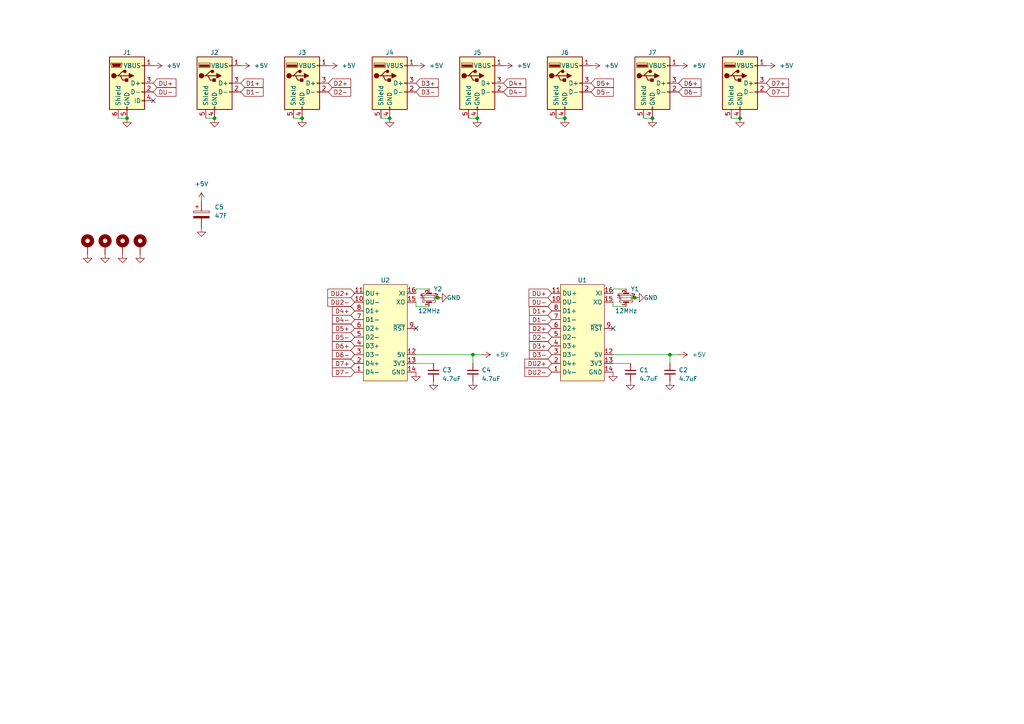
<source format=kicad_sch>
(kicad_sch (version 20231120) (generator "eeschema") (generator_version "8.0")
  (paper "A4")
  (lib_symbols
    (symbol "Connector:USB_A" (pin_names (offset 1.016))
      (property "Reference" "J" (at -5.08 11.43 0))
      (property "Value" "USB_A" (at -5.08 8.89 0))
      (symbol "USB_A_0_1"
        (rectangle (start -5.08 -7.62) (end 5.08 7.62) (stroke (width 0.254)) (fill (type background)))
        (circle (center -3.81 2.159) (radius 0.635) (stroke (width 0.254)) (fill (type outline)))
        (rectangle (start -1.524 4.826) (end -4.318 5.334) (fill (type outline)))
        (rectangle (start -1.27 4.572) (end -4.572 5.842))
        (circle (center -0.635 3.429) (radius 0.381) (stroke (width 0.254)) (fill (type outline)))
        (rectangle (start -0.127 -7.62) (end 0.127 -6.858))
        (polyline (pts (xy -3.175 2.159) (xy -2.54 2.159) (xy -1.27 3.429) (xy -0.635 3.429)) (stroke (width 0.254)))
        (polyline (pts (xy -2.54 2.159) (xy -1.905 2.159) (xy -1.27 0.889) (xy 0 0.889)) (stroke (width 0.254)))
        (polyline (pts (xy 0.635 2.794) (xy 0.635 1.524) (xy 1.905 2.159) (xy 0.635 2.794)) (stroke (width 0.254)) (fill (type outline)))
        (rectangle (start 0.254 1.27) (end -0.508 0.508) (stroke (width 0.254)) (fill (type outline)))
        (rectangle (start 5.08 -2.667) (end 4.318 -2.413))
        (rectangle (start 5.08 -0.127) (end 4.318 0.127))
        (rectangle (start 5.08 4.953) (end 4.318 5.207))
      )
      (symbol "USB_A_1_1"
        (polyline (pts (xy -1.905 2.159) (xy 0.635 2.159)) (stroke (width 0.254)))
        (pin power_in line (at 7.62 5.08 180) (length 2.54) (name "VBUS") (number "1"))
        (pin bidirectional line (at 7.62 -2.54 180) (length 2.54) (name "D-") (number "2"))
        (pin bidirectional line (at 7.62 0 180) (length 2.54) (name "D+") (number "3"))
        (pin power_in line (at 0 -10.16 90) (length 2.54) (name "GND") (number "4"))
        (pin passive line (at -2.54 -10.16 90) (length 2.54) (name "Shield") (number "5"))
      )
    )
    (symbol "Connector:USB_B_Micro" (pin_names (offset 1.016))
      (property "Reference" "J" (at -5.08 11.43 0))
      (property "Value" "USB_B_Micro" (at -5.08 8.89 0))
      (symbol "USB_B_Micro_0_1"
        (rectangle (start -5.08 -7.62) (end 5.08 7.62) (stroke (width 0.254)) (fill (type background)))
        (circle (center -3.81 2.159) (radius 0.635) (stroke (width 0.254)) (fill (type outline)))
        (circle (center -0.635 3.429) (radius 0.381) (stroke (width 0.254)) (fill (type outline)))
        (rectangle (start -0.127 -7.62) (end 0.127 -6.858))
        (polyline (pts (xy -1.905 2.159) (xy 0.635 2.159)) (stroke (width 0.254)))
        (polyline (pts (xy -3.175 2.159) (xy -2.54 2.159) (xy -1.27 3.429) (xy -0.635 3.429)) (stroke (width 0.254)))
        (polyline (pts (xy -2.54 2.159) (xy -1.905 2.159) (xy -1.27 0.889) (xy 0 0.889)) (stroke (width 0.254)))
        (polyline (pts (xy 0.635 2.794) (xy 0.635 1.524) (xy 1.905 2.159) (xy 0.635 2.794)) (stroke (width 0.254)) (fill (type outline)))
        (polyline (pts (xy -4.318 5.588) (xy -1.778 5.588) (xy -2.032 4.826) (xy -4.064 4.826) (xy -4.318 5.588)) (fill (type outline)))
        (polyline (pts (xy -4.699 5.842) (xy -4.699 5.588) (xy -4.445 4.826) (xy -4.445 4.572) (xy -1.651 4.572) (xy -1.651 4.826) (xy -1.397 5.588) (xy -1.397 5.842) (xy -4.699 5.842)))
        (rectangle (start 0.254 1.27) (end -0.508 0.508) (stroke (width 0.254)) (fill (type outline)))
        (rectangle (start 5.08 -5.207) (end 4.318 -4.953))
        (rectangle (start 5.08 -2.667) (end 4.318 -2.413))
        (rectangle (start 5.08 -0.127) (end 4.318 0.127))
        (rectangle (start 5.08 4.953) (end 4.318 5.207))
      )
      (symbol "USB_B_Micro_1_1"
        (pin power_out line (at 7.62 5.08 180) (length 2.54) (name "VBUS") (number "1"))
        (pin bidirectional line (at 7.62 -2.54 180) (length 2.54) (name "D-") (number "2"))
        (pin bidirectional line (at 7.62 0 180) (length 2.54) (name "D+") (number "3"))
        (pin passive line (at 7.62 -5.08 180) (length 2.54) (name "ID") (number "4"))
        (pin power_out line (at 0 -10.16 90) (length 2.54) (name "GND") (number "5"))
        (pin passive line (at -2.54 -10.16 90) (length 2.54) (name "Shield") (number "6"))
      )
    )
    (symbol "Device:C_Polarized" (pin_numbers hide) (pin_names (offset 0.254))
      (property "Reference" "C" (at 0.635 2.54 0))
      (property "Value" "C_Polarized" (at 0.635 -2.54 0))
      (symbol "C_Polarized_0_1"
        (rectangle (start -2.286 0.508) (end 2.286 1.016))
        (polyline (pts (xy -1.778 2.286) (xy -0.762 2.286)))
        (polyline (pts (xy -1.27 2.794) (xy -1.27 1.778)))
        (rectangle (start 2.286 -0.508) (end -2.286 -1.016) (fill (type outline)))
      )
      (symbol "C_Polarized_1_1"
        (pin passive line (at 0 3.81 270) (length 2.794) (name "~") (number "1"))
        (pin passive line (at 0 -3.81 90) (length 2.794) (name "~") (number "2"))
      )
    )
    (symbol "Device:C_Small" (pin_numbers hide) (pin_names (offset 0.254) hide)
      (property "Reference" "C" (at 0.254 1.778 0))
      (property "Value" "C_Small" (at 0.254 -2.032 0))
      (symbol "C_Small_0_1"
        (polyline (pts (xy -1.524 -0.508) (xy 1.524 -0.508)) (stroke (width 0.3302)))
        (polyline (pts (xy -1.524 0.508) (xy 1.524 0.508)) (stroke (width 0.3048)))
      )
      (symbol "C_Small_1_1"
        (pin passive line (at 0 2.54 270) (length 2.032) (name "~") (number "1"))
        (pin passive line (at 0 -2.54 90) (length 2.032) (name "~") (number "2"))
      )
    )
    (symbol "Device:Crystal_GND24_Small" (pin_names (offset 1.016) hide)
      (property "Reference" "Y" (at 1.27 4.445 0))
      (property "Value" "Crystal_GND24_Small" (at 1.27 2.54 0))
      (symbol "Crystal_GND24_Small_0_1"
        (rectangle (start -0.762 -1.524) (end 0.762 1.524))
        (polyline (pts (xy -1.27 -0.762) (xy -1.27 0.762)) (stroke (width 0.381)))
        (polyline (pts (xy 1.27 -0.762) (xy 1.27 0.762)) (stroke (width 0.381)))
        (polyline (pts (xy -1.27 -1.27) (xy -1.27 -1.905) (xy 1.27 -1.905) (xy 1.27 -1.27)))
        (polyline (pts (xy -1.27 1.27) (xy -1.27 1.905) (xy 1.27 1.905) (xy 1.27 1.27)))
      )
      (symbol "Crystal_GND24_Small_1_1"
        (pin passive line (at -2.54 0 0) (length 1.27) (name "1") (number "1"))
        (pin passive line (at 0 -2.54 90) (length 0.635) (name "2") (number "2"))
        (pin passive line (at 2.54 0 180) (length 1.27) (name "3") (number "3"))
        (pin passive line (at 0 2.54 270) (length 0.635) (name "4") (number "4"))
      )
    )
    (symbol "Mechanical:MountingHole_Pad" (pin_numbers hide) (pin_names (offset 1.016) hide) (exclude_from_sim yes) (in_bom no)
      (property "Reference" "H" (at 0 6.35 0))
      (property "Value" "MountingHole_Pad" (at 0 4.445 0))
      (symbol "MountingHole_Pad_0_1"
        (circle (center 0 1.27) (radius 1.27) (stroke (width 1.27)))
      )
      (symbol "MountingHole_Pad_1_1"
        (pin input line (at 0 -2.54 90) (length 2.54) (name "1") (number "1"))
      )
    )
    (symbol "WCH:CH334R"
      (property "Reference" "U" (at 0 16.51 0))
      (property "Value" "CH334R" (at 0 16.51 0))
      (symbol "CH334R_1_1"
        (rectangle (start -6.35 13.97) (end 6.35 -13.97) (fill (type background)))
        (pin bidirectional line (at -8.89 -11.43 0) (length 2.54) (name "D4-") (number "1"))
        (pin bidirectional line (at -8.89 8.89 0) (length 2.54) (name "DU-") (number "10"))
        (pin bidirectional line (at -8.89 11.43 0) (length 2.54) (name "DU+") (number "11"))
        (pin power_in line (at 8.89 -6.35 180) (length 2.54) (name "5V") (number "12"))
        (pin power_in line (at 8.89 -8.89 180) (length 2.54) (name "3V3") (number "13"))
        (pin power_in line (at 8.89 -11.43 180) (length 2.54) (name "GND") (number "14"))
        (pin passive line (at 8.89 8.89 180) (length 2.54) (name "XO") (number "15"))
        (pin passive line (at 8.89 11.43 180) (length 2.54) (name "XI") (number "16"))
        (pin bidirectional line (at -8.89 -8.89 0) (length 2.54) (name "D4+") (number "2"))
        (pin bidirectional line (at -8.89 -6.35 0) (length 2.54) (name "D3-") (number "3"))
        (pin bidirectional line (at -8.89 -3.81 0) (length 2.54) (name "D3+") (number "4"))
        (pin bidirectional line (at -8.89 -1.27 0) (length 2.54) (name "D2-") (number "5"))
        (pin bidirectional line (at -8.89 1.27 0) (length 2.54) (name "D2+") (number "6"))
        (pin bidirectional line (at -8.89 3.81 0) (length 2.54) (name "D1-") (number "7"))
        (pin bidirectional line (at -8.89 6.35 0) (length 2.54) (name "D1+") (number "8"))
        (pin input line (at 8.89 1.27 180) (length 2.54) (name "~{RST}") (number "9"))
      )
    )
    (symbol "power:+5V" (power) (pin_numbers hide) (pin_names (offset 0) hide)
      (property "Value" "+5V" (at 0 3.556 0))
      (symbol "+5V_0_1"
        (polyline (pts (xy -0.762 1.27) (xy 0 2.54)))
        (polyline (pts (xy 0 0) (xy 0 2.54)))
        (polyline (pts (xy 0 2.54) (xy 0.762 1.27)))
      )
      (symbol "+5V_1_1"
        (pin power_in line (at 0 0 90) (length 0) (name "~") (number "1"))
      )
    )
    (symbol "power:GND" (power) (pin_numbers hide) (pin_names (offset 0) hide)
      (property "Value" "GND" (at 0 -3.81 0))
      (symbol "GND_0_1"
        (polyline (pts (xy 0 0) (xy 0 -1.27) (xy 1.27 -1.27) (xy 0 -2.54) (xy -1.27 -1.27) (xy 0 -1.27)))
      )
      (symbol "GND_1_1"
        (pin power_in line (at 0 0 270) (length 0) (name "~") (number "1"))
      )
    )
  )
  (junction (at 189.23 34.29))
  (junction (at 62.23 34.29))
  (junction (at 214.63 34.29))
  (junction (at 138.43 34.29))
  (junction (at 127 86.36))
  (junction (at 36.83 34.29))
  (junction (at 87.63 34.29))
  (junction (at 184.15 86.36))
  (junction (at 163.83 34.29))
  (junction (at 194.31 102.87))
  (junction (at 137.16 102.87))
  (junction (at 113.03 34.29))
  (no_connect (at 177.8 95.25))
  (no_connect (at 120.65 95.25))
  (no_connect (at 44.45 29.21))
  (wire (pts (xy 186.69 34.29) (xy 189.23 34.29)))
  (wire (pts (xy 110.49 34.29) (xy 113.03 34.29)))
  (wire (pts (xy 212.09 34.29) (xy 214.63 34.29)))
  (wire (pts (xy 139.7 102.87) (xy 137.16 102.87)))
  (wire (pts (xy 120.65 83.82) (xy 124.46 83.82)))
  (wire (pts (xy 179.07 86.36) (xy 184.15 86.36)))
  (wire (pts (xy 137.16 102.87) (xy 137.16 105.41)))
  (wire (pts (xy 177.8 83.82) (xy 181.61 83.82)))
  (wire (pts (xy 121.92 86.36) (xy 127 86.36)))
  (wire (pts (xy 194.31 102.87) (xy 177.8 102.87)))
  (wire (pts (xy 137.16 102.87) (xy 120.65 102.87)))
  (wire (pts (xy 120.65 83.82) (xy 120.65 85.09)))
  (wire (pts (xy 177.8 83.82) (xy 177.8 85.09)))
  (wire (pts (xy 34.29 34.29) (xy 36.83 34.29)))
  (wire (pts (xy 120.65 88.9) (xy 120.65 87.63)))
  (wire (pts (xy 135.89 34.29) (xy 138.43 34.29)))
  (wire (pts (xy 85.09 34.29) (xy 87.63 34.29)))
  (wire (pts (xy 194.31 102.87) (xy 194.31 105.41)))
  (wire (pts (xy 161.29 34.29) (xy 163.83 34.29)))
  (wire (pts (xy 177.8 88.9) (xy 177.8 87.63)))
  (wire (pts (xy 181.61 88.9) (xy 177.8 88.9)))
  (wire (pts (xy 120.65 105.41) (xy 125.73 105.41)))
  (wire (pts (xy 59.69 34.29) (xy 62.23 34.29)))
  (wire (pts (xy 177.8 105.41) (xy 182.88 105.41)))
  (wire (pts (xy 196.85 102.87) (xy 194.31 102.87)))
  (wire (pts (xy 124.46 88.9) (xy 120.65 88.9)))
  (global_label "DU-" (shape input) (at 160.02 87.63 180) (property "Intersheetrefs" "${INTERSHEET_REFS}" (effects (hide yes))))
  (global_label "D2+" (shape input) (at 95.25 24.13 0) (property "Intersheetrefs" "${INTERSHEET_REFS}" (effects (hide yes))))
  (global_label "D7+" (shape input) (at 222.25 24.13 0) (property "Intersheetrefs" "${INTERSHEET_REFS}" (effects (hide yes))))
  (global_label "D1-" (shape input) (at 69.85 26.67 0) (property "Intersheetrefs" "${INTERSHEET_REFS}" (effects (hide yes))))
  (global_label "D1+" (shape input) (at 160.02 90.17 180) (property "Intersheetrefs" "${INTERSHEET_REFS}" (effects (hide yes))))
  (global_label "D4+" (shape input) (at 102.87 90.17 180) (property "Intersheetrefs" "${INTERSHEET_REFS}" (effects (hide yes))))
  (global_label "D2+" (shape input) (at 160.02 95.25 180) (property "Intersheetrefs" "${INTERSHEET_REFS}" (effects (hide yes))))
  (global_label "D6+" (shape input) (at 196.85 24.13 0) (property "Intersheetrefs" "${INTERSHEET_REFS}" (effects (hide yes))))
  (global_label "D7+" (shape input) (at 102.87 105.41 180) (property "Intersheetrefs" "${INTERSHEET_REFS}" (effects (hide yes))))
  (global_label "DU-" (shape input) (at 44.45 26.67 0) (property "Intersheetrefs" "${INTERSHEET_REFS}" (effects (hide yes))))
  (global_label "DU2+" (shape input) (at 102.87 85.09 180) (property "Intersheetrefs" "${INTERSHEET_REFS}" (effects (hide yes))))
  (global_label "D3-" (shape input) (at 120.65 26.67 0) (property "Intersheetrefs" "${INTERSHEET_REFS}" (effects (hide yes))))
  (global_label "D5-" (shape input) (at 171.45 26.67 0) (property "Intersheetrefs" "${INTERSHEET_REFS}" (effects (hide yes))))
  (global_label "D4-" (shape input) (at 146.05 26.67 0) (property "Intersheetrefs" "${INTERSHEET_REFS}" (effects (hide yes))))
  (global_label "D2-" (shape input) (at 160.02 97.79 180) (property "Intersheetrefs" "${INTERSHEET_REFS}" (effects (hide yes))))
  (global_label "D5+" (shape input) (at 171.45 24.13 0) (property "Intersheetrefs" "${INTERSHEET_REFS}" (effects (hide yes))))
  (global_label "D3+" (shape input) (at 120.65 24.13 0) (property "Intersheetrefs" "${INTERSHEET_REFS}" (effects (hide yes))))
  (global_label "DU+" (shape input) (at 44.45 24.13 0) (property "Intersheetrefs" "${INTERSHEET_REFS}" (effects (hide yes))))
  (global_label "D7-" (shape input) (at 102.87 107.95 180) (property "Intersheetrefs" "${INTERSHEET_REFS}" (effects (hide yes))))
  (global_label "D1-" (shape input) (at 160.02 92.71 180) (property "Intersheetrefs" "${INTERSHEET_REFS}" (effects (hide yes))))
  (global_label "D7-" (shape input) (at 222.25 26.67 0) (property "Intersheetrefs" "${INTERSHEET_REFS}" (effects (hide yes))))
  (global_label "D1+" (shape input) (at 69.85 24.13 0) (property "Intersheetrefs" "${INTERSHEET_REFS}" (effects (hide yes))))
  (global_label "DU2-" (shape input) (at 102.87 87.63 180) (property "Intersheetrefs" "${INTERSHEET_REFS}" (effects (hide yes))))
  (global_label "DU2+" (shape input) (at 160.02 105.41 180) (property "Intersheetrefs" "${INTERSHEET_REFS}" (effects (hide yes))))
  (global_label "DU2-" (shape input) (at 160.02 107.95 180) (property "Intersheetrefs" "${INTERSHEET_REFS}" (effects (hide yes))))
  (global_label "D5+" (shape input) (at 102.87 95.25 180) (property "Intersheetrefs" "${INTERSHEET_REFS}" (effects (hide yes))))
  (global_label "D4+" (shape input) (at 146.05 24.13 0) (property "Intersheetrefs" "${INTERSHEET_REFS}" (effects (hide yes))))
  (global_label "D2-" (shape input) (at 95.25 26.67 0) (property "Intersheetrefs" "${INTERSHEET_REFS}" (effects (hide yes))))
  (global_label "DU+" (shape input) (at 160.02 85.09 180) (property "Intersheetrefs" "${INTERSHEET_REFS}" (effects (hide yes))))
  (global_label "D5-" (shape input) (at 102.87 97.79 180) (property "Intersheetrefs" "${INTERSHEET_REFS}" (effects (hide yes))))
  (global_label "D6-" (shape input) (at 196.85 26.67 0) (property "Intersheetrefs" "${INTERSHEET_REFS}" (effects (hide yes))))
  (global_label "D6-" (shape input) (at 102.87 102.87 180) (property "Intersheetrefs" "${INTERSHEET_REFS}" (effects (hide yes))))
  (global_label "D3-" (shape input) (at 160.02 102.87 180) (property "Intersheetrefs" "${INTERSHEET_REFS}" (effects (hide yes))))
  (global_label "D6+" (shape input) (at 102.87 100.33 180) (property "Intersheetrefs" "${INTERSHEET_REFS}" (effects (hide yes))))
  (global_label "D3+" (shape input) (at 160.02 100.33 180) (property "Intersheetrefs" "${INTERSHEET_REFS}" (effects (hide yes))))
  (global_label "D4-" (shape input) (at 102.87 92.71 180) (property "Intersheetrefs" "${INTERSHEET_REFS}" (effects (hide yes))))
  (symbol (lib_id "power:GND") (at 25.4 73.66 0) (unit 1)
    (property "Reference" "#PWR025" (effects (hide yes)))
    (property "Value" "GND" (effects (hide yes)))
    (property "Description" "Power symbol creates a global label with name \"GND\" , ground" (effects (hide yes)))
  )
  (symbol (lib_id "Mechanical:MountingHole_Pad") (at 25.4 71.12 0) (unit 1) (exclude_from_sim yes) (in_bom no)
    (property "Reference" "H1" (effects (hide yes)))
    (property "Value" "MountingHole_Pad" (effects (hide yes)))
    (property "Footprint" "MountingHole:MountingHole_2.5mm_Pad_Via" (effects (hide yes)))
    (property "Description" "Mounting Hole with connection" (effects (hide yes)))
  )
  (symbol (lib_id "power:+5V") (at 120.65 19.05 270) (unit 1)
    (property "Reference" "#PWR014" (effects (hide yes)))
    (property "Value" "+5V" (at 124.46 19.0499 90) (effects (justify left)))
    (property "Description" "Power symbol creates a global label with name \"+5V\"" (effects (hide yes)))
  )
  (symbol (lib_id "power:+5V") (at 139.7 102.87 270) (unit 1)
    (property "Reference" "#PWR031" (effects (hide yes)))
    (property "Value" "+5V" (at 143.51 102.87 90) (effects (justify left)))
  )
  (symbol (lib_id "power:GND") (at 214.63 34.29 0) (unit 1)
    (property "Reference" "#PWR021" (effects (hide yes)))
    (property "Value" "GND" (effects (hide yes)))
    (property "Description" "Power symbol creates a global label with name \"GND\" , ground" (effects (hide yes)))
  )
  (symbol (lib_id "power:+5V") (at 146.05 19.05 270) (unit 1)
    (property "Reference" "#PWR016" (effects (hide yes)))
    (property "Value" "+5V" (at 149.86 19.0499 90) (effects (justify left)))
    (property "Description" "Power symbol creates a global label with name \"+5V\"" (effects (hide yes)))
  )
  (symbol (lib_id "Connector:USB_A") (at 214.63 24.13 0) (unit 1)
    (property "Reference" "J8" (at 214.63 15.24 0))
    (property "Value" "USB_A" (effects (hide yes)))
    (property "Footprint" "Connector_USB:USB_A_Stewart_SS-52100-001_Horizontal" (effects (hide yes)))
    (property "Datasheet" " ~" (effects (hide yes)))
    (property "Description" "USB Type A connector" (effects (hide yes)))
  )
  (symbol (lib_id "power:GND") (at 137.16 110.49 0) (unit 1)
    (property "Reference" "#PWR030" (effects (hide yes)))
    (property "Value" "GND" (effects (hide yes)))
  )
  (symbol (lib_id "power:GND") (at 36.83 34.29 0) (unit 1)
    (property "Reference" "#PWR01" (effects (hide yes)))
    (property "Value" "GND" (effects (hide yes)))
    (property "Description" "Power symbol creates a global label with name \"GND\" , ground" (effects (hide yes)))
  )
  (symbol (lib_id "power:GND") (at 30.48 73.66 0) (unit 1)
    (property "Reference" "#PWR026" (effects (hide yes)))
    (property "Value" "GND" (effects (hide yes)))
    (property "Description" "Power symbol creates a global label with name \"GND\" , ground" (effects (hide yes)))
  )
  (symbol (lib_id "Mechanical:MountingHole_Pad") (at 30.48 71.12 0) (unit 1) (exclude_from_sim yes) (in_bom no)
    (property "Reference" "H2" (effects (hide yes)))
    (property "Value" "MountingHole_Pad" (effects (hide yes)))
    (property "Footprint" "MountingHole:MountingHole_2.5mm_Pad_Via" (effects (hide yes)))
    (property "Description" "Mounting Hole with connection" (effects (hide yes)))
  )
  (symbol (lib_id "Device:C_Polarized") (at 58.42 62.23 0) (unit 1)
    (property "Reference" "C5" (at 62.23 60.0709 0) (effects (justify left)))
    (property "Value" "47F" (at 62.23 62.6109 0) (effects (justify left)))
    (property "Footprint" "Capacitor_THT:CP_Radial_D18.0mm_P7.50mm" (effects (hide yes)))
    (property "Description" "Polarized capacitor" (effects (hide yes)))
  )
  (symbol (lib_id "Connector:USB_A") (at 138.43 24.13 0) (unit 1)
    (property "Reference" "J5" (at 138.43 15.24 0))
    (property "Value" "USB_A" (effects (hide yes)))
    (property "Footprint" "Connector_USB:USB_A_Stewart_SS-52100-001_Horizontal" (effects (hide yes)))
    (property "Datasheet" " ~" (effects (hide yes)))
    (property "Description" "USB Type A connector" (effects (hide yes)))
  )
  (symbol (lib_id "Mechanical:MountingHole_Pad") (at 35.56 71.12 0) (unit 1) (exclude_from_sim yes) (in_bom no)
    (property "Reference" "H3" (effects (hide yes)))
    (property "Value" "MountingHole_Pad" (effects (hide yes)))
    (property "Footprint" "MountingHole:MountingHole_2.5mm_Pad_Via" (effects (hide yes)))
    (property "Description" "Mounting Hole with connection" (effects (hide yes)))
  )
  (symbol (lib_id "WCH:CH334R") (at 168.91 96.52 0) (unit 1)
    (property "Reference" "U1" (at 168.91 81.28 0))
    (property "Value" "CH334R" (effects (hide yes)))
    (property "Footprint" "Package_SO:QSOP-16_3.9x4.9mm_P0.635mm" (effects (hide yes)))
  )
  (symbol (lib_id "power:+5V") (at 44.45 19.05 270) (unit 1)
    (property "Reference" "#PWR03" (effects (hide yes)))
    (property "Value" "+5V" (at 48.26 19.0499 90) (effects (justify left)))
    (property "Description" "Power symbol creates a global label with name \"+5V\"" (effects (hide yes)))
  )
  (symbol (lib_id "power:GND") (at 163.83 34.29 0) (unit 1)
    (property "Reference" "#PWR017" (effects (hide yes)))
    (property "Value" "GND" (effects (hide yes)))
    (property "Description" "Power symbol creates a global label with name \"GND\" , ground" (effects (hide yes)))
  )
  (symbol (lib_id "Device:C_Small") (at 194.31 107.95 0) (unit 1)
    (property "Reference" "C2" (at 196.85 107.3213 0) (effects (justify left)))
    (property "Value" "4.7uF" (at 196.85 109.8613 0) (effects (justify left)))
    (property "Footprint" "Capacitor_SMD:C_0805_2012Metric" (effects (hide yes)))
  )
  (symbol (lib_id "power:GND") (at 125.73 110.49 0) (unit 1)
    (property "Reference" "#PWR028" (effects (hide yes)))
    (property "Value" "GND" (effects (hide yes)))
  )
  (symbol (lib_id "Device:C_Small") (at 182.88 107.95 0) (unit 1)
    (property "Reference" "C1" (at 185.42 107.3213 0) (effects (justify left)))
    (property "Value" "4.7uF" (at 185.42 109.8613 0) (effects (justify left)))
    (property "Footprint" "Capacitor_SMD:C_0805_2012Metric" (effects (hide yes)))
  )
  (symbol (lib_id "power:GND") (at 177.8 107.95 0) (unit 1)
    (property "Reference" "#PWR04" (effects (hide yes)))
    (property "Value" "GND" (effects (hide yes)))
  )
  (symbol (lib_id "power:GND") (at 138.43 34.29 0) (unit 1)
    (property "Reference" "#PWR015" (effects (hide yes)))
    (property "Value" "GND" (effects (hide yes)))
    (property "Description" "Power symbol creates a global label with name \"GND\" , ground" (effects (hide yes)))
  )
  (symbol (lib_id "power:GND") (at 62.23 34.29 0) (unit 1)
    (property "Reference" "#PWR09" (effects (hide yes)))
    (property "Value" "GND" (effects (hide yes)))
    (property "Description" "Power symbol creates a global label with name \"GND\" , ground" (effects (hide yes)))
  )
  (symbol (lib_id "power:+5V") (at 69.85 19.05 270) (unit 1)
    (property "Reference" "#PWR010" (effects (hide yes)))
    (property "Value" "+5V" (at 73.66 19.0499 90) (effects (justify left)))
    (property "Description" "Power symbol creates a global label with name \"+5V\"" (effects (hide yes)))
  )
  (symbol (lib_id "power:+5V") (at 196.85 102.87 270) (unit 1)
    (property "Reference" "#PWR08" (effects (hide yes)))
    (property "Value" "+5V" (at 200.66 102.87 90) (effects (justify left)))
  )
  (symbol (lib_id "power:+5V") (at 196.85 19.05 270) (unit 1)
    (property "Reference" "#PWR020" (effects (hide yes)))
    (property "Value" "+5V" (at 200.66 19.0499 90) (effects (justify left)))
    (property "Description" "Power symbol creates a global label with name \"+5V\"" (effects (hide yes)))
  )
  (symbol (lib_id "power:+5V") (at 222.25 19.05 270) (unit 1)
    (property "Reference" "#PWR022" (effects (hide yes)))
    (property "Value" "+5V" (at 226.06 19.0499 90) (effects (justify left)))
    (property "Description" "Power symbol creates a global label with name \"+5V\"" (effects (hide yes)))
  )
  (symbol (lib_id "power:+5V") (at 171.45 19.05 270) (unit 1)
    (property "Reference" "#PWR018" (effects (hide yes)))
    (property "Value" "+5V" (at 175.26 19.0499 90) (effects (justify left)))
    (property "Description" "Power symbol creates a global label with name \"+5V\"" (effects (hide yes)))
  )
  (symbol (lib_id "power:GND") (at 120.65 107.95 0) (unit 1)
    (property "Reference" "#PWR027" (effects (hide yes)))
    (property "Value" "GND" (effects (hide yes)))
  )
  (symbol (lib_id "power:GND") (at 58.42 66.04 0) (unit 1)
    (property "Reference" "#PWR023" (effects (hide yes)))
    (property "Value" "GND" (effects (hide yes)))
    (property "Description" "Power symbol creates a global label with name \"GND\" , ground" (effects (hide yes)))
  )
  (symbol (lib_id "power:GND") (at 194.31 110.49 0) (unit 1)
    (property "Reference" "#PWR07" (effects (hide yes)))
    (property "Value" "GND" (effects (hide yes)))
  )
  (symbol (lib_id "power:GND") (at 189.23 34.29 0) (unit 1)
    (property "Reference" "#PWR019" (effects (hide yes)))
    (property "Value" "GND" (effects (hide yes)))
    (property "Description" "Power symbol creates a global label with name \"GND\" , ground" (effects (hide yes)))
  )
  (symbol (lib_id "Device:Crystal_GND24_Small") (at 181.61 86.36 90) (unit 1)
    (property "Reference" "Y1" (at 184.15 83.82 90))
    (property "Value" "12MHz" (at 181.61 90.17 90))
    (property "Footprint" "Crystal:Crystal_SMD_3225-4Pin_3.2x2.5mm" (effects (hide yes)))
  )
  (symbol (lib_id "power:GND") (at 127 86.36 90) (unit 1)
    (property "Reference" "#PWR029" (effects (hide yes)))
    (property "Value" "GND" (at 129.54 86.36 90) (effects (justify right)))
  )
  (symbol (lib_id "Connector:USB_A") (at 189.23 24.13 0) (unit 1)
    (property "Reference" "J7" (at 189.23 15.24 0))
    (property "Value" "USB_A" (effects (hide yes)))
    (property "Footprint" "Connector_USB:USB_A_Stewart_SS-52100-001_Horizontal" (effects (hide yes)))
    (property "Datasheet" " ~" (effects (hide yes)))
    (property "Description" "USB Type A connector" (effects (hide yes)))
  )
  (symbol (lib_id "Device:C_Small") (at 125.73 107.95 0) (unit 1)
    (property "Reference" "C3" (at 128.27 107.3213 0) (effects (justify left)))
    (property "Value" "4.7uF" (at 128.27 109.8613 0) (effects (justify left)))
    (property "Footprint" "Capacitor_SMD:C_0805_2012Metric" (effects (hide yes)))
  )
  (symbol (lib_id "power:+5V") (at 95.25 19.05 270) (unit 1)
    (property "Reference" "#PWR012" (effects (hide yes)))
    (property "Value" "+5V" (at 99.06 19.0499 90) (effects (justify left)))
    (property "Description" "Power symbol creates a global label with name \"+5V\"" (effects (hide yes)))
  )
  (symbol (lib_id "Device:Crystal_GND24_Small") (at 124.46 86.36 90) (unit 1)
    (property "Reference" "Y2" (at 127 83.82 90))
    (property "Value" "12MHz" (at 124.46 90.17 90))
    (property "Footprint" "Crystal:Crystal_SMD_3225-4Pin_3.2x2.5mm" (effects (hide yes)))
  )
  (symbol (lib_id "Connector:USB_A") (at 163.83 24.13 0) (unit 1)
    (property "Reference" "J6" (at 163.83 15.24 0))
    (property "Value" "USB_A" (effects (hide yes)))
    (property "Footprint" "Connector_USB:USB_A_Stewart_SS-52100-001_Horizontal" (effects (hide yes)))
    (property "Datasheet" " ~" (effects (hide yes)))
    (property "Description" "USB Type A connector" (effects (hide yes)))
  )
  (symbol (lib_id "Connector:USB_A") (at 87.63 24.13 0) (unit 1)
    (property "Reference" "J3" (at 87.63 15.24 0))
    (property "Value" "USB_A" (effects (hide yes)))
    (property "Footprint" "Connector_USB:USB_A_Stewart_SS-52100-001_Horizontal" (effects (hide yes)))
    (property "Datasheet" " ~" (effects (hide yes)))
    (property "Description" "USB Type A connector" (effects (hide yes)))
  )
  (symbol (lib_id "Connector:USB_B_Micro") (at 36.83 24.13 0) (unit 1)
    (property "Reference" "J1" (at 36.83 15.24 0))
    (property "Value" "USB_B_Micro" (effects (hide yes)))
    (property "Footprint" "Connector_USB:USB_Micro-B_Wuerth_629105150521" (effects (hide yes)))
    (property "Description" "USB Micro Type B connector" (effects (hide yes)))
  )
  (symbol (lib_id "power:GND") (at 184.15 86.36 90) (unit 1)
    (property "Reference" "#PWR06" (effects (hide yes)))
    (property "Value" "GND" (at 186.69 86.36 90) (effects (justify right)))
  )
  (symbol (lib_id "power:GND") (at 35.56 73.66 0) (unit 1)
    (property "Reference" "#PWR032" (effects (hide yes)))
    (property "Value" "GND" (effects (hide yes)))
    (property "Description" "Power symbol creates a global label with name \"GND\" , ground" (effects (hide yes)))
  )
  (symbol (lib_id "WCH:CH334R") (at 111.76 96.52 0) (unit 1)
    (property "Reference" "U2" (at 111.76 81.28 0))
    (property "Value" "CH334R" (effects (hide yes)))
    (property "Footprint" "Package_SO:QSOP-16_3.9x4.9mm_P0.635mm" (effects (hide yes)))
  )
  (symbol (lib_id "power:+5V") (at 58.42 58.42 0) (unit 1)
    (property "Reference" "#PWR024" (effects (hide yes)))
    (property "Value" "+5V" (at 58.42 53.34 0))
    (property "Description" "Power symbol creates a global label with name \"+5V\"" (effects (hide yes)))
  )
  (symbol (lib_id "power:GND") (at 113.03 34.29 0) (unit 1)
    (property "Reference" "#PWR013" (effects (hide yes)))
    (property "Value" "GND" (effects (hide yes)))
    (property "Description" "Power symbol creates a global label with name \"GND\" , ground" (effects (hide yes)))
  )
  (symbol (lib_id "Mechanical:MountingHole_Pad") (at 40.64 71.12 0) (unit 1) (exclude_from_sim yes) (in_bom no)
    (property "Reference" "H4" (effects (hide yes)))
    (property "Value" "MountingHole_Pad" (effects (hide yes)))
    (property "Footprint" "MountingHole:MountingHole_2.5mm_Pad_Via" (effects (hide yes)))
    (property "Description" "Mounting Hole with connection" (effects (hide yes)))
  )
  (symbol (lib_id "Connector:USB_A") (at 113.03 24.13 0) (unit 1)
    (property "Reference" "J4" (at 113.03 15.24 0))
    (property "Value" "USB_A" (effects (hide yes)))
    (property "Footprint" "Connector_USB:USB_A_Stewart_SS-52100-001_Horizontal" (effects (hide yes)))
    (property "Datasheet" " ~" (effects (hide yes)))
    (property "Description" "USB Type A connector" (effects (hide yes)))
  )
  (symbol (lib_id "Connector:USB_A") (at 62.23 24.13 0) (unit 1)
    (property "Reference" "J2" (at 62.23 15.24 0))
    (property "Value" "USB_A" (effects (hide yes)))
    (property "Footprint" "Connector_USB:USB_A_Stewart_SS-52100-001_Horizontal" (effects (hide yes)))
    (property "Datasheet" " ~" (effects (hide yes)))
    (property "Description" "USB Type A connector" (effects (hide yes)))
  )
  (symbol (lib_id "Device:C_Small") (at 137.16 107.95 0) (unit 1)
    (property "Reference" "C4" (at 139.7 107.3213 0) (effects (justify left)))
    (property "Value" "4.7uF" (at 139.7 109.8613 0) (effects (justify left)))
    (property "Footprint" "Capacitor_SMD:C_0805_2012Metric" (effects (hide yes)))
  )
  (symbol (lib_id "power:GND") (at 87.63 34.29 0) (unit 1)
    (property "Reference" "#PWR011" (effects (hide yes)))
    (property "Value" "GND" (effects (hide yes)))
    (property "Description" "Power symbol creates a global label with name \"GND\" , ground" (effects (hide yes)))
  )
  (symbol (lib_id "power:GND") (at 182.88 110.49 0) (unit 1)
    (property "Reference" "#PWR05" (effects (hide yes)))
    (property "Value" "GND" (effects (hide yes)))
  )
  (symbol (lib_id "power:GND") (at 40.64 73.66 0) (unit 1)
    (property "Reference" "#PWR033" (effects (hide yes)))
    (property "Value" "GND" (effects (hide yes)))
    (property "Description" "Power symbol creates a global label with name \"GND\" , ground" (effects (hide yes)))
  )
)
</source>
